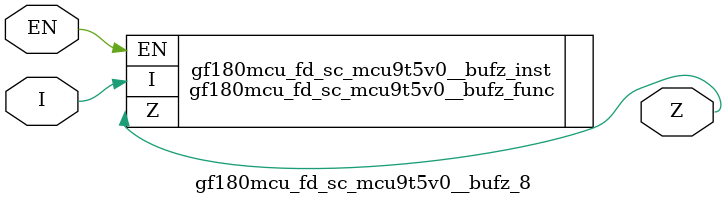
<source format=v>

`ifndef GF180MCU_FD_SC_MCU9T5V0__BUFZ_8_V
`define GF180MCU_FD_SC_MCU9T5V0__BUFZ_8_V

`include "gf180mcu_fd_sc_mcu9t5v0__bufz.v"

`ifdef USE_POWER_PINS
module gf180mcu_fd_sc_mcu9t5v0__bufz_8( EN, I, Z, VDD, VSS );
inout VDD, VSS;
`else // If not USE_POWER_PINS
module gf180mcu_fd_sc_mcu9t5v0__bufz_8( EN, I, Z );
`endif // If not USE_POWER_PINS
input EN, I;
output Z;

`ifdef USE_POWER_PINS
  gf180mcu_fd_sc_mcu9t5v0__bufz_func gf180mcu_fd_sc_mcu9t5v0__bufz_inst(.EN(EN),.I(I),.Z(Z),.VDD(VDD),.VSS(VSS));
`else // If not USE_POWER_PINS
  gf180mcu_fd_sc_mcu9t5v0__bufz_func gf180mcu_fd_sc_mcu9t5v0__bufz_inst(.EN(EN),.I(I),.Z(Z));
`endif // If not USE_POWER_PINS

`ifndef FUNCTIONAL
	// spec_gates_begin


	// spec_gates_end



   specify

	// specify_block_begin

	// comb arc EN --> Z
	 (EN => Z) = (1.0,1.0);

	// comb arc I --> Z
	 (I => Z) = (1.0,1.0);

	// specify_block_end

   endspecify

   `endif

endmodule
`endif // GF180MCU_FD_SC_MCU9T5V0__BUFZ_8_V

</source>
